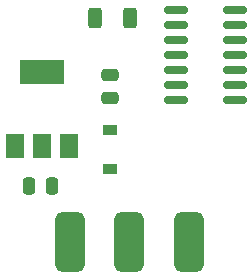
<source format=gbr>
%TF.GenerationSoftware,KiCad,Pcbnew,6.0.7-f9a2dced07~116~ubuntu22.04.1*%
%TF.CreationDate,2022-09-11T17:13:33-04:00*%
%TF.ProjectId,gimbal,67696d62-616c-42e6-9b69-6361645f7063,rev?*%
%TF.SameCoordinates,Original*%
%TF.FileFunction,Paste,Top*%
%TF.FilePolarity,Positive*%
%FSLAX46Y46*%
G04 Gerber Fmt 4.6, Leading zero omitted, Abs format (unit mm)*
G04 Created by KiCad (PCBNEW 6.0.7-f9a2dced07~116~ubuntu22.04.1) date 2022-09-11 17:13:33*
%MOMM*%
%LPD*%
G01*
G04 APERTURE LIST*
G04 Aperture macros list*
%AMRoundRect*
0 Rectangle with rounded corners*
0 $1 Rounding radius*
0 $2 $3 $4 $5 $6 $7 $8 $9 X,Y pos of 4 corners*
0 Add a 4 corners polygon primitive as box body*
4,1,4,$2,$3,$4,$5,$6,$7,$8,$9,$2,$3,0*
0 Add four circle primitives for the rounded corners*
1,1,$1+$1,$2,$3*
1,1,$1+$1,$4,$5*
1,1,$1+$1,$6,$7*
1,1,$1+$1,$8,$9*
0 Add four rect primitives between the rounded corners*
20,1,$1+$1,$2,$3,$4,$5,0*
20,1,$1+$1,$4,$5,$6,$7,0*
20,1,$1+$1,$6,$7,$8,$9,0*
20,1,$1+$1,$8,$9,$2,$3,0*%
G04 Aperture macros list end*
%ADD10RoundRect,0.250000X0.250000X0.475000X-0.250000X0.475000X-0.250000X-0.475000X0.250000X-0.475000X0*%
%ADD11RoundRect,0.250000X-0.475000X0.250000X-0.475000X-0.250000X0.475000X-0.250000X0.475000X0.250000X0*%
%ADD12R,1.200000X0.900000*%
%ADD13RoundRect,0.249999X-0.312501X-0.625001X0.312501X-0.625001X0.312501X0.625001X-0.312501X0.625001X0*%
%ADD14R,1.500000X2.000000*%
%ADD15R,3.800000X2.000000*%
%ADD16RoundRect,0.150000X0.825000X0.150000X-0.825000X0.150000X-0.825000X-0.150000X0.825000X-0.150000X0*%
%ADD17RoundRect,0.635000X-0.635000X-1.905000X0.635000X-1.905000X0.635000X1.905000X-0.635000X1.905000X0*%
G04 APERTURE END LIST*
D10*
%TO.C,C1*%
X132649000Y-116967000D03*
X130749000Y-116967000D03*
%TD*%
D11*
%TO.C,C2*%
X137541000Y-107635000D03*
X137541000Y-109535000D03*
%TD*%
D12*
%TO.C,D1*%
X137541000Y-115569000D03*
X137541000Y-112269000D03*
%TD*%
D13*
%TO.C,R1*%
X136332500Y-102743000D03*
X139257500Y-102743000D03*
%TD*%
D14*
%TO.C,U1*%
X129526000Y-113640000D03*
D15*
X131826000Y-107340000D03*
D14*
X131826000Y-113640000D03*
X134126000Y-113640000D03*
%TD*%
D16*
%TO.C,U2*%
X148144000Y-109728000D03*
X148144000Y-108458000D03*
X148144000Y-107188000D03*
X148144000Y-105918000D03*
X148144000Y-104648000D03*
X148144000Y-103378000D03*
X148144000Y-102108000D03*
X143194000Y-102108000D03*
X143194000Y-103378000D03*
X143194000Y-104648000D03*
X143194000Y-105918000D03*
X143194000Y-107188000D03*
X143194000Y-108458000D03*
X143194000Y-109728000D03*
%TD*%
D17*
%TO.C,SW1*%
X134152000Y-121771000D03*
X139192000Y-121771000D03*
X144272000Y-121771000D03*
%TD*%
M02*

</source>
